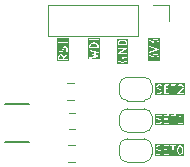
<source format=gbr>
G04 #@! TF.GenerationSoftware,KiCad,Pcbnew,8.0.3*
G04 #@! TF.CreationDate,2024-11-28T13:48:10+05:45*
G04 #@! TF.ProjectId,Watchdog-v1.0,57617463-6864-46f6-972d-76312e302e6b,rev?*
G04 #@! TF.SameCoordinates,Original*
G04 #@! TF.FileFunction,Legend,Top*
G04 #@! TF.FilePolarity,Positive*
%FSLAX46Y46*%
G04 Gerber Fmt 4.6, Leading zero omitted, Abs format (unit mm)*
G04 Created by KiCad (PCBNEW 8.0.3) date 2024-11-28 13:48:10*
%MOMM*%
%LPD*%
G01*
G04 APERTURE LIST*
%ADD10C,0.100000*%
%ADD11C,0.120000*%
%ADD12C,0.152400*%
G04 APERTURE END LIST*
D10*
G36*
X125197544Y-94248218D02*
G01*
X125222180Y-94270179D01*
X125250460Y-94321424D01*
X125250615Y-94324593D01*
X125283129Y-94442407D01*
X125282455Y-94445800D01*
X125285551Y-94596946D01*
X125283948Y-94600340D01*
X125257119Y-94719935D01*
X125254401Y-94723439D01*
X125230035Y-94777555D01*
X125208075Y-94802192D01*
X125158685Y-94829448D01*
X125114782Y-94831395D01*
X125067364Y-94810047D01*
X125042729Y-94788086D01*
X125014449Y-94736841D01*
X125014295Y-94733673D01*
X124981780Y-94615858D01*
X124982455Y-94612466D01*
X124979358Y-94461320D01*
X124980962Y-94457927D01*
X125007790Y-94338330D01*
X125010509Y-94334827D01*
X125034874Y-94280710D01*
X125056835Y-94256072D01*
X125106224Y-94228817D01*
X125150127Y-94226870D01*
X125197544Y-94248218D01*
G37*
G36*
X125460233Y-95006911D02*
G01*
X122971344Y-95006911D01*
X122971344Y-94312466D01*
X123049122Y-94312466D01*
X123051885Y-94374764D01*
X123049248Y-94382677D01*
X123052814Y-94395698D01*
X123052928Y-94398267D01*
X123053739Y-94399078D01*
X123054401Y-94401493D01*
X123086261Y-94459228D01*
X123086261Y-94464935D01*
X123097100Y-94481156D01*
X123099582Y-94483368D01*
X123099695Y-94483573D01*
X123099881Y-94483635D01*
X123126507Y-94507368D01*
X123128016Y-94511893D01*
X123143428Y-94523854D01*
X123146611Y-94525287D01*
X123146656Y-94525327D01*
X123146700Y-94525327D01*
X123200956Y-94549754D01*
X123202688Y-94552640D01*
X123220328Y-94560973D01*
X123339925Y-94587803D01*
X123343428Y-94590521D01*
X123397544Y-94614885D01*
X123422182Y-94636846D01*
X123449437Y-94686235D01*
X123451384Y-94730138D01*
X123430036Y-94777556D01*
X123408075Y-94802192D01*
X123359005Y-94829271D01*
X123215820Y-94832204D01*
X123214933Y-94831699D01*
X123095578Y-94795926D01*
X123061349Y-94813040D01*
X123049248Y-94849344D01*
X123066362Y-94883573D01*
X123083311Y-94893234D01*
X123175536Y-94920875D01*
X123179988Y-94925327D01*
X123199122Y-94929133D01*
X123359835Y-94925840D01*
X123369334Y-94929007D01*
X123382597Y-94925374D01*
X123384923Y-94925327D01*
X123385734Y-94924515D01*
X123388150Y-94923854D01*
X123445884Y-94891994D01*
X123451589Y-94891994D01*
X123467810Y-94881155D01*
X123470021Y-94878673D01*
X123470228Y-94878560D01*
X123470290Y-94878372D01*
X123494024Y-94851747D01*
X123498549Y-94850239D01*
X123510510Y-94834827D01*
X123511941Y-94831647D01*
X123511983Y-94831601D01*
X123511983Y-94831555D01*
X123539242Y-94771007D01*
X123545316Y-94764934D01*
X123547958Y-94751647D01*
X123548996Y-94749344D01*
X123548633Y-94748256D01*
X123549122Y-94745800D01*
X123546358Y-94683501D01*
X123548996Y-94675589D01*
X123545429Y-94662564D01*
X123545316Y-94659999D01*
X123544505Y-94659188D01*
X123543844Y-94656773D01*
X123511983Y-94599037D01*
X123511983Y-94593331D01*
X123501144Y-94577110D01*
X123498660Y-94574896D01*
X123498549Y-94574694D01*
X123498364Y-94574632D01*
X123471735Y-94550897D01*
X123470228Y-94546373D01*
X123454816Y-94534412D01*
X123451634Y-94532979D01*
X123451589Y-94532939D01*
X123451544Y-94532939D01*
X123397287Y-94508511D01*
X123395556Y-94505626D01*
X123377916Y-94497293D01*
X123258319Y-94470464D01*
X123254816Y-94467745D01*
X123200698Y-94443380D01*
X123176062Y-94421420D01*
X123148806Y-94372030D01*
X123146859Y-94328127D01*
X123168208Y-94280708D01*
X123190168Y-94256073D01*
X123239238Y-94228994D01*
X123382423Y-94226061D01*
X123383311Y-94226567D01*
X123502666Y-94262340D01*
X123536895Y-94245226D01*
X123548996Y-94208922D01*
X123534102Y-94179133D01*
X123749122Y-94179133D01*
X123752928Y-94898267D01*
X123779988Y-94925327D01*
X123799122Y-94929133D01*
X124151590Y-94925327D01*
X124178650Y-94898267D01*
X124178650Y-94859999D01*
X124151590Y-94832939D01*
X124132456Y-94829133D01*
X123848873Y-94832195D01*
X123847442Y-94561737D01*
X124051590Y-94558660D01*
X124078650Y-94531600D01*
X124078650Y-94493332D01*
X124051590Y-94466272D01*
X124032456Y-94462466D01*
X123846931Y-94465262D01*
X123845679Y-94228630D01*
X124151590Y-94225327D01*
X124178650Y-94198267D01*
X124178650Y-94159999D01*
X124286261Y-94159999D01*
X124286261Y-94198267D01*
X124313321Y-94225327D01*
X124332455Y-94229133D01*
X124482712Y-94227768D01*
X124486261Y-94898267D01*
X124513321Y-94925327D01*
X124551589Y-94925327D01*
X124578649Y-94898267D01*
X124582455Y-94879133D01*
X124580162Y-94445800D01*
X124882455Y-94445800D01*
X124885628Y-94600726D01*
X124883000Y-94605107D01*
X124883948Y-94624593D01*
X124917261Y-94745301D01*
X124915914Y-94749345D01*
X124921067Y-94768161D01*
X124952928Y-94825895D01*
X124952928Y-94831600D01*
X124963766Y-94847821D01*
X124966249Y-94850034D01*
X124966362Y-94850239D01*
X124966548Y-94850301D01*
X124993175Y-94874036D01*
X124994683Y-94878560D01*
X125010095Y-94890521D01*
X125013272Y-94891951D01*
X125013320Y-94891994D01*
X125013367Y-94891994D01*
X125073914Y-94919253D01*
X125079988Y-94925327D01*
X125093274Y-94927969D01*
X125095578Y-94929007D01*
X125096665Y-94928644D01*
X125099122Y-94929133D01*
X125161420Y-94926369D01*
X125169332Y-94929007D01*
X125182353Y-94925440D01*
X125184922Y-94925327D01*
X125185733Y-94924515D01*
X125188148Y-94923854D01*
X125245883Y-94891994D01*
X125251590Y-94891994D01*
X125267811Y-94881155D01*
X125270023Y-94878672D01*
X125270228Y-94878560D01*
X125270290Y-94878373D01*
X125294023Y-94851747D01*
X125298548Y-94850239D01*
X125310509Y-94834827D01*
X125311942Y-94831643D01*
X125311982Y-94831599D01*
X125311982Y-94831555D01*
X125336411Y-94777296D01*
X125339296Y-94775566D01*
X125347629Y-94757927D01*
X125375191Y-94635057D01*
X125378649Y-94631600D01*
X125382455Y-94612466D01*
X125379281Y-94457539D01*
X125381910Y-94453159D01*
X125380962Y-94433673D01*
X125347648Y-94312964D01*
X125348996Y-94308921D01*
X125343843Y-94290105D01*
X125311982Y-94232370D01*
X125311982Y-94226667D01*
X125301144Y-94210445D01*
X125298660Y-94208231D01*
X125298548Y-94208027D01*
X125298361Y-94207964D01*
X125271736Y-94184230D01*
X125270228Y-94179706D01*
X125254816Y-94167745D01*
X125251636Y-94166313D01*
X125251590Y-94166272D01*
X125251544Y-94166272D01*
X125190994Y-94139011D01*
X125184922Y-94132939D01*
X125171635Y-94130296D01*
X125169332Y-94129259D01*
X125168244Y-94129621D01*
X125165788Y-94129133D01*
X125103490Y-94131896D01*
X125095578Y-94129259D01*
X125082553Y-94132825D01*
X125079988Y-94132939D01*
X125079177Y-94133749D01*
X125076762Y-94134411D01*
X125019027Y-94166272D01*
X125013320Y-94166272D01*
X124997099Y-94177111D01*
X124994885Y-94179594D01*
X124994683Y-94179706D01*
X124994621Y-94179890D01*
X124970886Y-94206519D01*
X124966362Y-94208027D01*
X124954401Y-94223439D01*
X124952968Y-94226620D01*
X124952928Y-94226666D01*
X124952928Y-94226710D01*
X124928498Y-94280969D01*
X124925614Y-94282700D01*
X124917281Y-94300340D01*
X124889718Y-94423208D01*
X124886261Y-94426666D01*
X124882455Y-94445800D01*
X124580162Y-94445800D01*
X124579003Y-94226894D01*
X124751589Y-94225327D01*
X124778649Y-94198267D01*
X124778649Y-94159999D01*
X124751589Y-94132939D01*
X124732455Y-94129133D01*
X124313321Y-94132939D01*
X124286261Y-94159999D01*
X124178650Y-94159999D01*
X124151590Y-94132939D01*
X124132456Y-94129133D01*
X123779988Y-94132939D01*
X123752928Y-94159999D01*
X123749122Y-94179133D01*
X123534102Y-94179133D01*
X123531882Y-94174693D01*
X123514933Y-94165032D01*
X123422707Y-94137390D01*
X123418256Y-94132939D01*
X123399122Y-94129133D01*
X123238409Y-94132425D01*
X123228911Y-94129259D01*
X123215646Y-94132891D01*
X123213321Y-94132939D01*
X123212509Y-94133750D01*
X123210094Y-94134412D01*
X123152360Y-94166272D01*
X123146654Y-94166272D01*
X123130433Y-94177111D01*
X123128220Y-94179593D01*
X123128016Y-94179706D01*
X123127953Y-94179892D01*
X123104219Y-94206518D01*
X123099695Y-94208027D01*
X123087734Y-94223439D01*
X123086301Y-94226620D01*
X123086261Y-94226666D01*
X123086261Y-94226710D01*
X123059000Y-94287259D01*
X123052928Y-94293332D01*
X123050285Y-94306616D01*
X123049248Y-94308921D01*
X123049610Y-94310009D01*
X123049122Y-94312466D01*
X122971344Y-94312466D01*
X122971344Y-94051355D01*
X125460233Y-94051355D01*
X125460233Y-95006911D01*
G37*
G36*
X125486427Y-92396911D02*
G01*
X123001344Y-92396911D01*
X123001344Y-91702466D01*
X123079122Y-91702466D01*
X123081885Y-91764764D01*
X123079248Y-91772677D01*
X123082814Y-91785698D01*
X123082928Y-91788267D01*
X123083739Y-91789078D01*
X123084401Y-91791493D01*
X123116261Y-91849228D01*
X123116261Y-91854935D01*
X123127100Y-91871156D01*
X123129582Y-91873368D01*
X123129695Y-91873573D01*
X123129881Y-91873635D01*
X123156507Y-91897368D01*
X123158016Y-91901893D01*
X123173428Y-91913854D01*
X123176611Y-91915287D01*
X123176656Y-91915327D01*
X123176700Y-91915327D01*
X123230956Y-91939754D01*
X123232688Y-91942640D01*
X123250328Y-91950973D01*
X123369925Y-91977803D01*
X123373428Y-91980521D01*
X123427544Y-92004885D01*
X123452182Y-92026846D01*
X123479437Y-92076235D01*
X123481384Y-92120138D01*
X123460036Y-92167556D01*
X123438075Y-92192192D01*
X123389005Y-92219271D01*
X123245820Y-92222204D01*
X123244933Y-92221699D01*
X123125578Y-92185926D01*
X123091349Y-92203040D01*
X123079248Y-92239344D01*
X123096362Y-92273573D01*
X123113311Y-92283234D01*
X123205536Y-92310875D01*
X123209988Y-92315327D01*
X123229122Y-92319133D01*
X123389835Y-92315840D01*
X123399334Y-92319007D01*
X123412597Y-92315374D01*
X123414923Y-92315327D01*
X123415734Y-92314515D01*
X123418150Y-92313854D01*
X123475884Y-92281994D01*
X123481589Y-92281994D01*
X123497810Y-92271155D01*
X123500021Y-92268673D01*
X123500228Y-92268560D01*
X123500290Y-92268372D01*
X123524024Y-92241747D01*
X123528549Y-92240239D01*
X123540510Y-92224827D01*
X123541941Y-92221647D01*
X123541983Y-92221601D01*
X123541983Y-92221555D01*
X123569242Y-92161007D01*
X123575316Y-92154934D01*
X123577958Y-92141647D01*
X123578996Y-92139344D01*
X123578633Y-92138256D01*
X123579122Y-92135800D01*
X123576358Y-92073501D01*
X123578996Y-92065589D01*
X123575429Y-92052564D01*
X123575316Y-92049999D01*
X123574505Y-92049188D01*
X123573844Y-92046773D01*
X123541983Y-91989037D01*
X123541983Y-91983331D01*
X123531144Y-91967110D01*
X123528660Y-91964896D01*
X123528549Y-91964694D01*
X123528364Y-91964632D01*
X123501735Y-91940897D01*
X123500228Y-91936373D01*
X123484816Y-91924412D01*
X123481634Y-91922979D01*
X123481589Y-91922939D01*
X123481544Y-91922939D01*
X123427287Y-91898511D01*
X123425556Y-91895626D01*
X123407916Y-91887293D01*
X123288319Y-91860464D01*
X123284816Y-91857745D01*
X123230698Y-91833380D01*
X123206062Y-91811420D01*
X123178806Y-91762030D01*
X123176859Y-91718127D01*
X123198208Y-91670708D01*
X123220168Y-91646073D01*
X123269238Y-91618994D01*
X123412423Y-91616061D01*
X123413311Y-91616567D01*
X123532666Y-91652340D01*
X123566895Y-91635226D01*
X123578996Y-91598922D01*
X123564102Y-91569133D01*
X123779122Y-91569133D01*
X123782928Y-92288267D01*
X123809988Y-92315327D01*
X123829122Y-92319133D01*
X124181590Y-92315327D01*
X124208650Y-92288267D01*
X124208650Y-92249999D01*
X124181590Y-92222939D01*
X124162456Y-92219133D01*
X123878873Y-92222195D01*
X123877442Y-91951737D01*
X124081590Y-91948660D01*
X124108650Y-91921600D01*
X124108650Y-91883332D01*
X124081590Y-91856272D01*
X124062456Y-91852466D01*
X123876931Y-91855262D01*
X123875679Y-91618630D01*
X124181590Y-91615327D01*
X124208650Y-91588267D01*
X124208650Y-91549999D01*
X124316261Y-91549999D01*
X124316261Y-91588267D01*
X124343321Y-91615327D01*
X124362455Y-91619133D01*
X124512712Y-91617768D01*
X124516261Y-92288267D01*
X124543321Y-92315327D01*
X124581589Y-92315327D01*
X124608649Y-92288267D01*
X124612455Y-92269133D01*
X124609827Y-91772677D01*
X124912581Y-91772677D01*
X124929695Y-91806905D01*
X124965999Y-91819007D01*
X124984815Y-91813854D01*
X125042550Y-91781994D01*
X125048257Y-91781994D01*
X125064478Y-91771155D01*
X125113248Y-91718996D01*
X125115906Y-92221371D01*
X124943321Y-92222939D01*
X124916261Y-92249999D01*
X124916261Y-92288267D01*
X124943321Y-92315327D01*
X124962455Y-92319133D01*
X125381589Y-92315327D01*
X125408649Y-92288267D01*
X125408649Y-92249999D01*
X125381589Y-92222939D01*
X125362455Y-92219133D01*
X125212197Y-92220497D01*
X125208824Y-91583104D01*
X125211504Y-91578837D01*
X125208728Y-91564957D01*
X125208649Y-91549999D01*
X125205008Y-91546358D01*
X125203999Y-91541311D01*
X125191885Y-91533235D01*
X125181589Y-91522939D01*
X125176441Y-91522939D01*
X125172158Y-91520084D01*
X125157883Y-91522939D01*
X125143321Y-91522939D01*
X125139680Y-91526579D01*
X125134633Y-91527589D01*
X125120852Y-91541398D01*
X125064590Y-91631000D01*
X125060433Y-91633778D01*
X125006885Y-91691044D01*
X125006762Y-91691078D01*
X124924683Y-91736373D01*
X124912581Y-91772677D01*
X124609827Y-91772677D01*
X124609003Y-91616894D01*
X124781589Y-91615327D01*
X124808649Y-91588267D01*
X124808649Y-91549999D01*
X124781589Y-91522939D01*
X124762455Y-91519133D01*
X124343321Y-91522939D01*
X124316261Y-91549999D01*
X124208650Y-91549999D01*
X124181590Y-91522939D01*
X124162456Y-91519133D01*
X123809988Y-91522939D01*
X123782928Y-91549999D01*
X123779122Y-91569133D01*
X123564102Y-91569133D01*
X123561882Y-91564693D01*
X123544933Y-91555032D01*
X123452707Y-91527390D01*
X123448256Y-91522939D01*
X123429122Y-91519133D01*
X123268409Y-91522425D01*
X123258911Y-91519259D01*
X123245646Y-91522891D01*
X123243321Y-91522939D01*
X123242509Y-91523750D01*
X123240094Y-91524412D01*
X123182360Y-91556272D01*
X123176654Y-91556272D01*
X123160433Y-91567111D01*
X123158220Y-91569593D01*
X123158016Y-91569706D01*
X123157953Y-91569892D01*
X123134219Y-91596518D01*
X123129695Y-91598027D01*
X123117734Y-91613439D01*
X123116301Y-91616620D01*
X123116261Y-91616666D01*
X123116261Y-91616710D01*
X123089000Y-91677259D01*
X123082928Y-91683332D01*
X123080285Y-91696616D01*
X123079248Y-91698921D01*
X123079610Y-91700009D01*
X123079122Y-91702466D01*
X123001344Y-91702466D01*
X123001344Y-91441355D01*
X125486427Y-91441355D01*
X125486427Y-92396911D01*
G37*
G36*
X125510233Y-89846911D02*
G01*
X123021344Y-89846911D01*
X123021344Y-89152466D01*
X123099122Y-89152466D01*
X123101885Y-89214764D01*
X123099248Y-89222677D01*
X123102814Y-89235698D01*
X123102928Y-89238267D01*
X123103739Y-89239078D01*
X123104401Y-89241493D01*
X123136261Y-89299228D01*
X123136261Y-89304935D01*
X123147100Y-89321156D01*
X123149582Y-89323368D01*
X123149695Y-89323573D01*
X123149881Y-89323635D01*
X123176507Y-89347368D01*
X123178016Y-89351893D01*
X123193428Y-89363854D01*
X123196611Y-89365287D01*
X123196656Y-89365327D01*
X123196700Y-89365327D01*
X123250956Y-89389754D01*
X123252688Y-89392640D01*
X123270328Y-89400973D01*
X123389925Y-89427803D01*
X123393428Y-89430521D01*
X123447544Y-89454885D01*
X123472182Y-89476846D01*
X123499437Y-89526235D01*
X123501384Y-89570138D01*
X123480036Y-89617556D01*
X123458075Y-89642192D01*
X123409005Y-89669271D01*
X123265820Y-89672204D01*
X123264933Y-89671699D01*
X123145578Y-89635926D01*
X123111349Y-89653040D01*
X123099248Y-89689344D01*
X123116362Y-89723573D01*
X123133311Y-89733234D01*
X123225536Y-89760875D01*
X123229988Y-89765327D01*
X123249122Y-89769133D01*
X123409835Y-89765840D01*
X123419334Y-89769007D01*
X123432597Y-89765374D01*
X123434923Y-89765327D01*
X123435734Y-89764515D01*
X123438150Y-89763854D01*
X123495884Y-89731994D01*
X123501589Y-89731994D01*
X123517810Y-89721155D01*
X123520021Y-89718673D01*
X123520228Y-89718560D01*
X123520290Y-89718372D01*
X123544024Y-89691747D01*
X123548549Y-89690239D01*
X123560510Y-89674827D01*
X123561941Y-89671647D01*
X123561983Y-89671601D01*
X123561983Y-89671555D01*
X123589242Y-89611007D01*
X123595316Y-89604934D01*
X123597958Y-89591647D01*
X123598996Y-89589344D01*
X123598633Y-89588256D01*
X123599122Y-89585800D01*
X123596358Y-89523501D01*
X123598996Y-89515589D01*
X123595429Y-89502564D01*
X123595316Y-89499999D01*
X123594505Y-89499188D01*
X123593844Y-89496773D01*
X123561983Y-89439037D01*
X123561983Y-89433331D01*
X123551144Y-89417110D01*
X123548660Y-89414896D01*
X123548549Y-89414694D01*
X123548364Y-89414632D01*
X123521735Y-89390897D01*
X123520228Y-89386373D01*
X123504816Y-89374412D01*
X123501634Y-89372979D01*
X123501589Y-89372939D01*
X123501544Y-89372939D01*
X123447287Y-89348511D01*
X123445556Y-89345626D01*
X123427916Y-89337293D01*
X123308319Y-89310464D01*
X123304816Y-89307745D01*
X123250698Y-89283380D01*
X123226062Y-89261420D01*
X123198806Y-89212030D01*
X123196859Y-89168127D01*
X123218208Y-89120708D01*
X123240168Y-89096073D01*
X123289238Y-89068994D01*
X123432423Y-89066061D01*
X123433311Y-89066567D01*
X123552666Y-89102340D01*
X123586895Y-89085226D01*
X123598996Y-89048922D01*
X123584102Y-89019133D01*
X123799122Y-89019133D01*
X123802928Y-89738267D01*
X123829988Y-89765327D01*
X123849122Y-89769133D01*
X124201590Y-89765327D01*
X124228650Y-89738267D01*
X124228650Y-89699999D01*
X124201590Y-89672939D01*
X124182456Y-89669133D01*
X123898873Y-89672195D01*
X123897442Y-89401737D01*
X124101590Y-89398660D01*
X124128650Y-89371600D01*
X124128650Y-89333332D01*
X124101590Y-89306272D01*
X124082456Y-89302466D01*
X123896931Y-89305262D01*
X123895679Y-89068630D01*
X124201590Y-89065327D01*
X124228650Y-89038267D01*
X124228650Y-88999999D01*
X124336261Y-88999999D01*
X124336261Y-89038267D01*
X124363321Y-89065327D01*
X124382455Y-89069133D01*
X124532712Y-89067768D01*
X124536261Y-89738267D01*
X124563321Y-89765327D01*
X124601589Y-89765327D01*
X124628649Y-89738267D01*
X124632455Y-89719133D01*
X124632354Y-89699999D01*
X124902928Y-89699999D01*
X124902928Y-89738267D01*
X124929988Y-89765327D01*
X124949122Y-89769133D01*
X125401589Y-89765327D01*
X125428649Y-89738267D01*
X125428649Y-89699999D01*
X125401589Y-89672939D01*
X125382455Y-89669133D01*
X125066101Y-89671794D01*
X125376967Y-89356856D01*
X125386895Y-89351893D01*
X125393766Y-89339837D01*
X125395316Y-89338268D01*
X125395316Y-89337119D01*
X125396556Y-89334944D01*
X125424197Y-89242718D01*
X125428649Y-89238267D01*
X125432455Y-89219133D01*
X125432301Y-89215679D01*
X125432329Y-89215589D01*
X125432294Y-89215520D01*
X125429691Y-89156834D01*
X125432329Y-89148922D01*
X125428762Y-89135899D01*
X125428649Y-89133332D01*
X125427837Y-89132520D01*
X125427176Y-89130105D01*
X125395316Y-89072370D01*
X125395316Y-89066665D01*
X125384477Y-89050444D01*
X125381994Y-89048231D01*
X125381882Y-89048027D01*
X125381695Y-89047964D01*
X125355069Y-89024230D01*
X125353561Y-89019706D01*
X125338149Y-89007745D01*
X125334967Y-89006312D01*
X125334922Y-89006272D01*
X125334877Y-89006272D01*
X125274328Y-88979011D01*
X125268256Y-88972939D01*
X125254971Y-88970296D01*
X125252667Y-88969259D01*
X125251578Y-88969621D01*
X125249122Y-88969133D01*
X125088409Y-88972425D01*
X125078911Y-88969259D01*
X125065644Y-88972891D01*
X125063321Y-88972939D01*
X125062510Y-88973749D01*
X125060095Y-88974411D01*
X125002360Y-89006272D01*
X124996653Y-89006272D01*
X124980432Y-89017111D01*
X124978218Y-89019594D01*
X124978016Y-89019706D01*
X124977954Y-89019890D01*
X124936261Y-89066666D01*
X124936261Y-89104935D01*
X124963321Y-89131994D01*
X125001590Y-89131994D01*
X125017811Y-89121155D01*
X125040168Y-89096072D01*
X125089238Y-89068994D01*
X125231696Y-89066075D01*
X125280879Y-89088219D01*
X125305514Y-89110179D01*
X125332770Y-89159569D01*
X125334750Y-89204223D01*
X125309660Y-89287937D01*
X124902928Y-89699999D01*
X124632354Y-89699999D01*
X124629003Y-89066894D01*
X124801589Y-89065327D01*
X124828649Y-89038267D01*
X124828649Y-88999999D01*
X124801589Y-88972939D01*
X124782455Y-88969133D01*
X124363321Y-88972939D01*
X124336261Y-88999999D01*
X124228650Y-88999999D01*
X124201590Y-88972939D01*
X124182456Y-88969133D01*
X123829988Y-88972939D01*
X123802928Y-88999999D01*
X123799122Y-89019133D01*
X123584102Y-89019133D01*
X123581882Y-89014693D01*
X123564933Y-89005032D01*
X123472707Y-88977390D01*
X123468256Y-88972939D01*
X123449122Y-88969133D01*
X123288409Y-88972425D01*
X123278911Y-88969259D01*
X123265646Y-88972891D01*
X123263321Y-88972939D01*
X123262509Y-88973750D01*
X123260094Y-88974412D01*
X123202360Y-89006272D01*
X123196654Y-89006272D01*
X123180433Y-89017111D01*
X123178220Y-89019593D01*
X123178016Y-89019706D01*
X123177953Y-89019892D01*
X123154219Y-89046518D01*
X123149695Y-89048027D01*
X123137734Y-89063439D01*
X123136301Y-89066620D01*
X123136261Y-89066666D01*
X123136261Y-89066710D01*
X123109000Y-89127259D01*
X123102928Y-89133332D01*
X123100285Y-89146616D01*
X123099248Y-89148921D01*
X123099610Y-89150009D01*
X123099122Y-89152466D01*
X123021344Y-89152466D01*
X123021344Y-88891355D01*
X125510233Y-88891355D01*
X125510233Y-89846911D01*
G37*
G36*
X120282006Y-85272718D02*
G01*
X120401601Y-85299546D01*
X120405105Y-85302265D01*
X120459182Y-85326612D01*
X120515562Y-85379330D01*
X120544197Y-85457220D01*
X120544133Y-85457544D01*
X120546528Y-85574462D01*
X119943179Y-85577656D01*
X119941061Y-85474242D01*
X119941567Y-85473355D01*
X119967030Y-85388398D01*
X120016369Y-85335633D01*
X120016494Y-85335599D01*
X120069758Y-85306205D01*
X120072927Y-85306051D01*
X120190740Y-85273536D01*
X120194133Y-85274211D01*
X120279400Y-85271486D01*
X120282006Y-85272718D01*
G37*
G36*
X120721911Y-87218655D02*
G01*
X119766355Y-87218655D01*
X119766355Y-86757544D01*
X119844133Y-86757544D01*
X119847036Y-86848443D01*
X119844259Y-86854000D01*
X119846699Y-86873355D01*
X119881272Y-86967397D01*
X119881272Y-86976678D01*
X119888856Y-86988028D01*
X119889693Y-86990304D01*
X119890720Y-86990817D01*
X119892111Y-86992899D01*
X119954427Y-87051169D01*
X119956361Y-87056971D01*
X119971773Y-87068932D01*
X119974954Y-87070364D01*
X119974998Y-87070405D01*
X119975045Y-87070405D01*
X120029303Y-87094833D01*
X120031034Y-87097718D01*
X120048673Y-87106051D01*
X120171541Y-87133613D01*
X120174999Y-87137071D01*
X120194133Y-87140877D01*
X120282953Y-87138039D01*
X120286774Y-87140332D01*
X120306260Y-87139384D01*
X120426967Y-87106070D01*
X120431010Y-87107418D01*
X120449826Y-87102265D01*
X120507561Y-87070405D01*
X120513267Y-87070405D01*
X120529488Y-87059566D01*
X120590460Y-86994359D01*
X120598573Y-86990304D01*
X120605317Y-86978472D01*
X120606994Y-86976679D01*
X120606994Y-86975530D01*
X120608234Y-86973355D01*
X120635875Y-86881129D01*
X120640327Y-86876678D01*
X120644133Y-86857544D01*
X120643979Y-86854090D01*
X120644007Y-86854000D01*
X120643972Y-86853931D01*
X120641550Y-86799333D01*
X120644007Y-86794421D01*
X120641567Y-86775066D01*
X120606994Y-86681023D01*
X120606994Y-86671742D01*
X120599408Y-86660390D01*
X120598573Y-86658117D01*
X120597546Y-86657603D01*
X120596155Y-86655521D01*
X120546600Y-86611350D01*
X120527466Y-86607544D01*
X120274999Y-86611350D01*
X120247939Y-86638410D01*
X120244133Y-86657544D01*
X120247939Y-86810011D01*
X120274999Y-86837071D01*
X120313267Y-86837071D01*
X120340327Y-86810011D01*
X120344133Y-86790877D01*
X120342034Y-86706821D01*
X120504974Y-86704365D01*
X120516186Y-86714358D01*
X120544197Y-86790553D01*
X120544133Y-86790877D01*
X120546428Y-86842634D01*
X120521235Y-86926689D01*
X120471896Y-86979455D01*
X120471773Y-86979489D01*
X120418508Y-87008882D01*
X120415339Y-87009037D01*
X120297525Y-87041551D01*
X120294133Y-87040877D01*
X120208865Y-87043601D01*
X120206259Y-87042370D01*
X120086664Y-87015541D01*
X120083161Y-87012823D01*
X120029083Y-86988476D01*
X119972703Y-86935758D01*
X119944068Y-86857867D01*
X119944133Y-86857544D01*
X119941467Y-86774099D01*
X119977340Y-86694421D01*
X119965238Y-86658116D01*
X119931010Y-86641003D01*
X119894706Y-86653104D01*
X119882745Y-86668516D01*
X119854011Y-86732337D01*
X119847939Y-86738410D01*
X119845296Y-86751696D01*
X119844259Y-86754000D01*
X119844621Y-86755087D01*
X119844133Y-86757544D01*
X119766355Y-86757544D01*
X119766355Y-86363850D01*
X119844532Y-86363850D01*
X119847939Y-86369812D01*
X119847939Y-86376678D01*
X119857092Y-86385831D01*
X119863518Y-86397076D01*
X119870144Y-86398883D01*
X119874999Y-86403738D01*
X119894133Y-86407544D01*
X120613267Y-86403738D01*
X120640327Y-86376678D01*
X120640327Y-86338410D01*
X120613267Y-86311350D01*
X120594133Y-86307544D01*
X120075926Y-86310286D01*
X120606628Y-86003773D01*
X120613267Y-86003738D01*
X120622259Y-85994745D01*
X120633665Y-85988158D01*
X120635471Y-85981533D01*
X120640327Y-85976678D01*
X120640327Y-85963730D01*
X120643734Y-85951238D01*
X120640327Y-85945275D01*
X120640327Y-85938410D01*
X120631173Y-85929256D01*
X120624748Y-85918012D01*
X120618121Y-85916204D01*
X120613267Y-85911350D01*
X120594133Y-85907544D01*
X119874999Y-85911350D01*
X119847939Y-85938410D01*
X119847939Y-85976678D01*
X119874999Y-86003738D01*
X119894133Y-86007544D01*
X120412339Y-86004801D01*
X119881635Y-86311314D01*
X119874999Y-86311350D01*
X119866008Y-86320340D01*
X119854601Y-86326929D01*
X119852793Y-86333555D01*
X119847939Y-86338410D01*
X119847939Y-86351357D01*
X119844532Y-86363850D01*
X119766355Y-86363850D01*
X119766355Y-85457544D01*
X119844133Y-85457544D01*
X119847939Y-85643345D01*
X119874999Y-85670405D01*
X119894133Y-85674211D01*
X120613267Y-85670405D01*
X120640327Y-85643345D01*
X120644133Y-85624211D01*
X120640918Y-85467265D01*
X120644007Y-85461088D01*
X120641567Y-85441733D01*
X120606994Y-85347690D01*
X120606994Y-85338410D01*
X120599409Y-85327059D01*
X120598573Y-85324784D01*
X120597545Y-85324270D01*
X120596155Y-85322189D01*
X120533840Y-85263921D01*
X120531906Y-85258118D01*
X120516494Y-85246157D01*
X120513308Y-85244722D01*
X120513267Y-85244684D01*
X120513222Y-85244684D01*
X120458962Y-85220254D01*
X120457232Y-85217370D01*
X120439592Y-85209037D01*
X120316724Y-85181474D01*
X120313267Y-85178017D01*
X120294133Y-85174211D01*
X120205312Y-85177048D01*
X120201492Y-85174756D01*
X120182006Y-85175704D01*
X120061297Y-85209017D01*
X120057255Y-85207670D01*
X120038439Y-85212823D01*
X119980704Y-85244684D01*
X119974999Y-85244684D01*
X119958778Y-85255522D01*
X119897805Y-85320728D01*
X119889693Y-85324784D01*
X119882948Y-85336615D01*
X119881272Y-85338409D01*
X119881272Y-85339557D01*
X119880032Y-85341733D01*
X119852390Y-85433958D01*
X119847939Y-85438410D01*
X119844133Y-85457544D01*
X119766355Y-85457544D01*
X119766355Y-85096433D01*
X120721911Y-85096433D01*
X120721911Y-87218655D01*
G37*
G36*
X123391911Y-86988183D02*
G01*
X122436355Y-86988183D01*
X122436355Y-86430877D01*
X122514133Y-86430877D01*
X122517939Y-86883345D01*
X122544999Y-86910405D01*
X122583267Y-86910405D01*
X122610327Y-86883345D01*
X122614133Y-86864211D01*
X122611382Y-86537228D01*
X122801163Y-86699902D01*
X122811666Y-86710405D01*
X122813416Y-86710405D01*
X122814781Y-86711575D01*
X122832335Y-86710405D01*
X122849934Y-86710405D01*
X122851190Y-86709148D01*
X122852965Y-86709030D01*
X122864553Y-86695785D01*
X122876994Y-86683345D01*
X122877451Y-86681044D01*
X122878164Y-86680230D01*
X122878025Y-86678157D01*
X122880800Y-86664211D01*
X122878134Y-86580766D01*
X122899886Y-86532452D01*
X122921844Y-86507818D01*
X122970917Y-86480738D01*
X123113373Y-86477819D01*
X123162555Y-86499963D01*
X123187193Y-86521924D01*
X123214250Y-86570954D01*
X123217299Y-86746541D01*
X123195047Y-86795967D01*
X123151272Y-86845077D01*
X123151272Y-86883345D01*
X123178332Y-86910405D01*
X123216600Y-86910405D01*
X123232821Y-86899566D01*
X123259035Y-86870158D01*
X123263560Y-86868650D01*
X123275521Y-86853238D01*
X123276952Y-86850058D01*
X123276994Y-86850012D01*
X123276994Y-86849966D01*
X123304253Y-86789418D01*
X123310327Y-86783345D01*
X123312969Y-86770058D01*
X123314007Y-86767755D01*
X123313644Y-86766667D01*
X123314133Y-86764211D01*
X123310766Y-86570387D01*
X123314007Y-86560667D01*
X123310366Y-86547372D01*
X123310327Y-86545077D01*
X123309516Y-86544266D01*
X123308855Y-86541851D01*
X123276994Y-86484115D01*
X123276994Y-86478409D01*
X123266155Y-86462188D01*
X123263671Y-86459974D01*
X123263560Y-86459772D01*
X123263375Y-86459710D01*
X123236746Y-86435975D01*
X123235239Y-86431451D01*
X123219827Y-86419490D01*
X123216645Y-86418057D01*
X123216600Y-86418017D01*
X123216555Y-86418017D01*
X123156006Y-86390755D01*
X123149934Y-86384683D01*
X123136649Y-86382040D01*
X123134345Y-86381003D01*
X123133256Y-86381365D01*
X123130800Y-86380877D01*
X122970086Y-86384169D01*
X122960588Y-86381003D01*
X122947324Y-86384635D01*
X122944999Y-86384683D01*
X122944187Y-86385494D01*
X122941772Y-86386156D01*
X122884037Y-86418017D01*
X122878332Y-86418017D01*
X122862111Y-86428856D01*
X122859899Y-86431337D01*
X122859693Y-86431451D01*
X122859630Y-86431638D01*
X122835898Y-86458262D01*
X122831373Y-86459771D01*
X122819412Y-86475183D01*
X122817979Y-86478364D01*
X122817939Y-86478410D01*
X122817939Y-86478454D01*
X122790678Y-86539004D01*
X122784606Y-86545077D01*
X122782280Y-86556770D01*
X122593769Y-86395185D01*
X122583267Y-86384683D01*
X122581517Y-86384683D01*
X122580152Y-86383513D01*
X122562598Y-86384683D01*
X122544999Y-86384683D01*
X122543742Y-86385939D01*
X122541968Y-86386058D01*
X122530379Y-86399302D01*
X122517939Y-86411743D01*
X122517481Y-86414043D01*
X122516769Y-86414858D01*
X122516907Y-86416930D01*
X122514133Y-86430877D01*
X122436355Y-86430877D01*
X122436355Y-85767754D01*
X122514259Y-85767754D01*
X122531373Y-85801983D01*
X122548322Y-85811644D01*
X123111879Y-85996354D01*
X122531373Y-86193104D01*
X122514259Y-86227333D01*
X122526360Y-86263637D01*
X122560589Y-86280751D01*
X122579944Y-86278311D01*
X123264378Y-86046336D01*
X123267677Y-86047418D01*
X123281329Y-86040591D01*
X123296893Y-86035317D01*
X123298563Y-86031974D01*
X123301906Y-86030304D01*
X123306919Y-86015264D01*
X123314007Y-86001088D01*
X123312825Y-85997544D01*
X123314007Y-85994000D01*
X123306919Y-85979823D01*
X123301906Y-85964784D01*
X123298563Y-85963112D01*
X123296893Y-85959771D01*
X123279944Y-85950110D01*
X122560589Y-85714336D01*
X122526360Y-85731450D01*
X122514259Y-85767754D01*
X122436355Y-85767754D01*
X122436355Y-85164210D01*
X122514133Y-85164210D01*
X122517939Y-85616678D01*
X122544999Y-85643738D01*
X122583267Y-85643738D01*
X122610327Y-85616678D01*
X122614133Y-85597544D01*
X122611382Y-85270561D01*
X122801163Y-85433235D01*
X122811666Y-85443738D01*
X122813416Y-85443738D01*
X122814781Y-85444908D01*
X122832335Y-85443738D01*
X122849934Y-85443738D01*
X122851190Y-85442481D01*
X122852965Y-85442363D01*
X122864553Y-85429118D01*
X122876994Y-85416678D01*
X122877451Y-85414377D01*
X122878164Y-85413563D01*
X122878025Y-85411490D01*
X122880800Y-85397544D01*
X122878134Y-85314099D01*
X122899886Y-85265785D01*
X122921844Y-85241151D01*
X122970917Y-85214071D01*
X123113373Y-85211152D01*
X123162555Y-85233296D01*
X123187193Y-85255257D01*
X123214250Y-85304287D01*
X123217299Y-85479874D01*
X123195047Y-85529300D01*
X123151272Y-85578410D01*
X123151272Y-85616678D01*
X123178332Y-85643738D01*
X123216600Y-85643738D01*
X123232821Y-85632899D01*
X123259035Y-85603491D01*
X123263560Y-85601983D01*
X123275521Y-85586571D01*
X123276952Y-85583391D01*
X123276994Y-85583345D01*
X123276994Y-85583299D01*
X123304253Y-85522751D01*
X123310327Y-85516678D01*
X123312969Y-85503391D01*
X123314007Y-85501088D01*
X123313644Y-85500000D01*
X123314133Y-85497544D01*
X123310766Y-85303720D01*
X123314007Y-85294000D01*
X123310366Y-85280705D01*
X123310327Y-85278410D01*
X123309516Y-85277599D01*
X123308855Y-85275184D01*
X123276994Y-85217448D01*
X123276994Y-85211742D01*
X123266155Y-85195521D01*
X123263671Y-85193307D01*
X123263560Y-85193105D01*
X123263375Y-85193043D01*
X123236746Y-85169308D01*
X123235239Y-85164784D01*
X123219827Y-85152823D01*
X123216645Y-85151390D01*
X123216600Y-85151350D01*
X123216555Y-85151350D01*
X123156006Y-85124088D01*
X123149934Y-85118016D01*
X123136649Y-85115373D01*
X123134345Y-85114336D01*
X123133256Y-85114698D01*
X123130800Y-85114210D01*
X122970086Y-85117502D01*
X122960588Y-85114336D01*
X122947324Y-85117968D01*
X122944999Y-85118016D01*
X122944187Y-85118827D01*
X122941772Y-85119489D01*
X122884037Y-85151350D01*
X122878332Y-85151350D01*
X122862111Y-85162189D01*
X122859899Y-85164670D01*
X122859693Y-85164784D01*
X122859630Y-85164971D01*
X122835898Y-85191595D01*
X122831373Y-85193104D01*
X122819412Y-85208516D01*
X122817979Y-85211697D01*
X122817939Y-85211743D01*
X122817939Y-85211787D01*
X122790678Y-85272337D01*
X122784606Y-85278410D01*
X122782280Y-85290103D01*
X122593769Y-85128518D01*
X122583267Y-85118016D01*
X122581517Y-85118016D01*
X122580152Y-85116846D01*
X122562598Y-85118016D01*
X122544999Y-85118016D01*
X122543742Y-85119272D01*
X122541968Y-85119391D01*
X122530379Y-85132635D01*
X122517939Y-85145076D01*
X122517481Y-85147376D01*
X122516769Y-85148191D01*
X122516907Y-85150263D01*
X122514133Y-85164210D01*
X122436355Y-85164210D01*
X122436355Y-85036432D01*
X123391911Y-85036432D01*
X123391911Y-86988183D01*
G37*
G36*
X117872006Y-85516051D02*
G01*
X117991601Y-85542879D01*
X117995105Y-85545598D01*
X118049182Y-85569945D01*
X118105562Y-85622663D01*
X118134197Y-85700553D01*
X118134133Y-85700877D01*
X118136528Y-85817795D01*
X117533179Y-85820989D01*
X117531061Y-85717575D01*
X117531567Y-85716688D01*
X117557030Y-85631731D01*
X117606369Y-85578966D01*
X117606494Y-85578932D01*
X117659758Y-85549538D01*
X117662927Y-85549384D01*
X117780740Y-85516869D01*
X117784133Y-85517544D01*
X117869400Y-85514819D01*
X117872006Y-85516051D01*
G37*
G36*
X118311911Y-86861359D02*
G01*
X117356355Y-86861359D01*
X117356355Y-86142125D01*
X117434763Y-86142125D01*
X117454820Y-86174717D01*
X117472552Y-86182851D01*
X117988104Y-86302798D01*
X117683792Y-86386265D01*
X117677547Y-86384647D01*
X117666614Y-86390976D01*
X117653743Y-86394507D01*
X117650327Y-86400405D01*
X117644429Y-86403821D01*
X117641080Y-86416379D01*
X117634569Y-86427626D01*
X117636325Y-86434211D01*
X117634569Y-86440797D01*
X117641080Y-86452043D01*
X117644429Y-86464601D01*
X117650327Y-86468016D01*
X117653743Y-86473915D01*
X117671250Y-86482523D01*
X117986534Y-86564207D01*
X117454820Y-86693705D01*
X117434763Y-86726297D01*
X117443627Y-86763524D01*
X117476219Y-86783581D01*
X117495714Y-86782851D01*
X118183709Y-86615292D01*
X118190718Y-86617108D01*
X118201221Y-86611027D01*
X118213446Y-86608050D01*
X118217365Y-86601680D01*
X118223837Y-86597934D01*
X118227022Y-86585989D01*
X118233503Y-86575458D01*
X118231770Y-86568182D01*
X118233697Y-86560958D01*
X118227503Y-86550259D01*
X118224639Y-86538231D01*
X118218269Y-86534311D01*
X118214523Y-86527840D01*
X118197016Y-86519232D01*
X117871066Y-86434784D01*
X118185141Y-86348640D01*
X118192048Y-86350247D01*
X118202311Y-86343930D01*
X118214524Y-86340581D01*
X118218270Y-86334109D01*
X118224639Y-86330190D01*
X118227502Y-86318163D01*
X118233698Y-86307462D01*
X118231771Y-86300236D01*
X118233503Y-86292963D01*
X118227023Y-86282433D01*
X118223837Y-86270486D01*
X118217364Y-86266739D01*
X118213446Y-86260371D01*
X118195714Y-86252237D01*
X117476219Y-86084841D01*
X117443627Y-86104898D01*
X117434763Y-86142125D01*
X117356355Y-86142125D01*
X117356355Y-85700877D01*
X117434133Y-85700877D01*
X117437939Y-85886678D01*
X117464999Y-85913738D01*
X117484133Y-85917544D01*
X118203267Y-85913738D01*
X118230327Y-85886678D01*
X118234133Y-85867544D01*
X118230918Y-85710598D01*
X118234007Y-85704421D01*
X118231567Y-85685066D01*
X118196994Y-85591023D01*
X118196994Y-85581743D01*
X118189409Y-85570392D01*
X118188573Y-85568117D01*
X118187545Y-85567603D01*
X118186155Y-85565522D01*
X118123840Y-85507254D01*
X118121906Y-85501451D01*
X118106494Y-85489490D01*
X118103308Y-85488055D01*
X118103267Y-85488017D01*
X118103222Y-85488017D01*
X118048962Y-85463587D01*
X118047232Y-85460703D01*
X118029592Y-85452370D01*
X117906724Y-85424807D01*
X117903267Y-85421350D01*
X117884133Y-85417544D01*
X117795312Y-85420381D01*
X117791492Y-85418089D01*
X117772006Y-85419037D01*
X117651297Y-85452350D01*
X117647255Y-85451003D01*
X117628439Y-85456156D01*
X117570704Y-85488017D01*
X117564999Y-85488017D01*
X117548778Y-85498855D01*
X117487805Y-85564061D01*
X117479693Y-85568117D01*
X117472948Y-85579948D01*
X117471272Y-85581742D01*
X117471272Y-85582890D01*
X117470032Y-85585066D01*
X117442390Y-85677291D01*
X117437939Y-85681743D01*
X117434133Y-85700877D01*
X117356355Y-85700877D01*
X117356355Y-85148410D01*
X117437939Y-85148410D01*
X117437939Y-85186678D01*
X117464999Y-85213738D01*
X117484133Y-85217544D01*
X118203267Y-85213738D01*
X118230327Y-85186678D01*
X118230327Y-85148410D01*
X118203267Y-85121350D01*
X118184133Y-85117544D01*
X117464999Y-85121350D01*
X117437939Y-85148410D01*
X117356355Y-85148410D01*
X117356355Y-85039766D01*
X118311911Y-85039766D01*
X118311911Y-86861359D01*
G37*
G36*
X115119222Y-86536629D02*
G01*
X115143858Y-86558590D01*
X115170889Y-86607571D01*
X115172255Y-86710154D01*
X115171984Y-86711692D01*
X115172281Y-86712116D01*
X115173712Y-86819557D01*
X114903513Y-86820987D01*
X114900821Y-86618868D01*
X114923219Y-86569119D01*
X114945179Y-86544484D01*
X114994399Y-86517322D01*
X115070910Y-86514878D01*
X115119222Y-86536629D01*
G37*
G36*
X115681911Y-86995322D02*
G01*
X114726355Y-86995322D01*
X114726355Y-86600877D01*
X114804133Y-86600877D01*
X114807939Y-86886678D01*
X114834999Y-86913738D01*
X114854133Y-86917544D01*
X115573267Y-86913738D01*
X115600327Y-86886678D01*
X115600327Y-86848410D01*
X115573267Y-86821350D01*
X115554133Y-86817544D01*
X115270154Y-86819046D01*
X115268941Y-86727950D01*
X115596299Y-86494415D01*
X115602949Y-86456729D01*
X115581004Y-86425378D01*
X115543318Y-86418728D01*
X115525460Y-86426582D01*
X115267379Y-86610695D01*
X115267334Y-86607349D01*
X115270674Y-86597332D01*
X115267024Y-86584004D01*
X115266994Y-86581743D01*
X115266182Y-86580931D01*
X115265521Y-86578516D01*
X115233660Y-86520781D01*
X115233660Y-86515078D01*
X115222822Y-86498856D01*
X115220338Y-86496642D01*
X115220226Y-86496438D01*
X115220039Y-86496375D01*
X115193414Y-86472641D01*
X115191906Y-86468117D01*
X115176494Y-86456156D01*
X115173314Y-86454724D01*
X115173268Y-86454683D01*
X115173222Y-86454683D01*
X115112672Y-86427422D01*
X115106600Y-86421350D01*
X115093313Y-86418707D01*
X115091010Y-86417670D01*
X115089922Y-86418032D01*
X115087466Y-86417544D01*
X114992633Y-86420573D01*
X114983922Y-86417670D01*
X114970768Y-86421272D01*
X114968332Y-86421350D01*
X114967520Y-86422161D01*
X114965105Y-86422823D01*
X114907371Y-86454683D01*
X114901665Y-86454683D01*
X114885444Y-86465522D01*
X114883231Y-86468004D01*
X114883027Y-86468117D01*
X114882964Y-86468303D01*
X114859230Y-86494929D01*
X114854706Y-86496438D01*
X114842745Y-86511850D01*
X114841312Y-86515031D01*
X114841272Y-86515077D01*
X114841272Y-86515121D01*
X114814011Y-86575670D01*
X114807939Y-86581743D01*
X114805296Y-86595027D01*
X114804259Y-86597332D01*
X114804621Y-86598420D01*
X114804133Y-86600877D01*
X114726355Y-86600877D01*
X114726355Y-85900877D01*
X114804133Y-85900877D01*
X114807425Y-86061590D01*
X114804259Y-86071088D01*
X114807891Y-86084351D01*
X114807939Y-86086678D01*
X114808750Y-86087489D01*
X114809412Y-86089904D01*
X114841272Y-86147639D01*
X114841272Y-86153346D01*
X114852111Y-86169567D01*
X114854593Y-86171779D01*
X114854706Y-86171984D01*
X114854892Y-86172046D01*
X114881518Y-86195779D01*
X114883027Y-86200304D01*
X114898439Y-86212265D01*
X114901622Y-86213698D01*
X114901667Y-86213738D01*
X114901711Y-86213738D01*
X114962258Y-86240997D01*
X114968332Y-86247071D01*
X114981618Y-86249713D01*
X114983922Y-86250751D01*
X114985009Y-86250388D01*
X114987466Y-86250877D01*
X115049764Y-86248113D01*
X115057677Y-86250751D01*
X115070698Y-86247184D01*
X115073267Y-86247071D01*
X115074078Y-86246259D01*
X115076493Y-86245598D01*
X115134228Y-86213738D01*
X115139934Y-86213738D01*
X115156155Y-86202899D01*
X115158366Y-86200417D01*
X115158573Y-86200304D01*
X115158635Y-86200116D01*
X115182368Y-86173491D01*
X115186893Y-86171983D01*
X115198854Y-86156571D01*
X115200285Y-86153391D01*
X115200327Y-86153345D01*
X115200327Y-86153299D01*
X115224754Y-86099042D01*
X115227640Y-86097311D01*
X115235973Y-86079671D01*
X115262803Y-85960072D01*
X115265521Y-85956571D01*
X115289886Y-85902452D01*
X115311844Y-85877818D01*
X115361236Y-85850561D01*
X115405138Y-85848614D01*
X115452555Y-85869963D01*
X115477193Y-85891924D01*
X115504271Y-85940994D01*
X115507204Y-86084178D01*
X115506699Y-86085066D01*
X115470926Y-86204421D01*
X115488040Y-86238650D01*
X115524344Y-86250751D01*
X115558573Y-86233637D01*
X115568234Y-86216688D01*
X115595875Y-86124462D01*
X115600327Y-86120011D01*
X115604133Y-86100877D01*
X115600840Y-85940165D01*
X115604007Y-85930667D01*
X115600374Y-85917400D01*
X115600327Y-85915077D01*
X115599516Y-85914266D01*
X115598855Y-85911851D01*
X115566994Y-85854115D01*
X115566994Y-85848409D01*
X115556155Y-85832188D01*
X115553671Y-85829974D01*
X115553560Y-85829772D01*
X115553375Y-85829710D01*
X115526746Y-85805975D01*
X115525239Y-85801451D01*
X115509827Y-85789490D01*
X115506645Y-85788057D01*
X115506600Y-85788017D01*
X115506555Y-85788017D01*
X115446006Y-85760755D01*
X115439934Y-85754683D01*
X115426649Y-85752040D01*
X115424345Y-85751003D01*
X115423256Y-85751365D01*
X115420800Y-85750877D01*
X115358500Y-85753640D01*
X115350588Y-85751003D01*
X115337566Y-85754569D01*
X115334999Y-85754683D01*
X115334187Y-85755494D01*
X115331772Y-85756156D01*
X115274037Y-85788017D01*
X115268332Y-85788017D01*
X115252111Y-85798856D01*
X115249899Y-85801337D01*
X115249693Y-85801451D01*
X115249630Y-85801638D01*
X115225898Y-85828262D01*
X115221373Y-85829771D01*
X115209412Y-85845183D01*
X115207979Y-85848364D01*
X115207939Y-85848410D01*
X115207939Y-85848454D01*
X115183511Y-85902712D01*
X115180626Y-85904444D01*
X115172293Y-85922084D01*
X115145464Y-86041679D01*
X115142745Y-86045183D01*
X115118379Y-86099303D01*
X115096422Y-86123935D01*
X115047030Y-86151192D01*
X115003127Y-86153139D01*
X114955709Y-86131791D01*
X114931073Y-86109831D01*
X114903994Y-86060760D01*
X114901061Y-85917575D01*
X114901567Y-85916688D01*
X114937340Y-85797333D01*
X114920226Y-85763104D01*
X114883922Y-85751003D01*
X114849693Y-85768117D01*
X114840032Y-85785066D01*
X114812390Y-85877291D01*
X114807939Y-85881743D01*
X114804133Y-85900877D01*
X114726355Y-85900877D01*
X114726355Y-85200877D01*
X114804133Y-85200877D01*
X114807939Y-85620011D01*
X114834999Y-85647071D01*
X114873267Y-85647071D01*
X114900327Y-85620011D01*
X114904133Y-85600877D01*
X114902768Y-85450619D01*
X115573267Y-85447071D01*
X115600327Y-85420011D01*
X115600327Y-85381743D01*
X115573267Y-85354683D01*
X115554133Y-85350877D01*
X114901894Y-85354328D01*
X114900327Y-85181743D01*
X114873267Y-85154683D01*
X114834999Y-85154683D01*
X114807939Y-85181743D01*
X114804133Y-85200877D01*
X114726355Y-85200877D01*
X114726355Y-85076905D01*
X115681911Y-85076905D01*
X115681911Y-86995322D01*
G37*
D11*
X115678922Y-94130000D02*
X116196078Y-94130000D01*
X115678922Y-95550000D02*
X116196078Y-95550000D01*
X116106078Y-88860000D02*
X115588922Y-88860000D01*
X116106078Y-90280000D02*
X115588922Y-90280000D01*
X116226078Y-91370000D02*
X115708922Y-91370000D01*
X116226078Y-92790000D02*
X115708922Y-92790000D01*
D12*
X110339000Y-93855600D02*
X112371000Y-93855600D01*
X112371000Y-90604400D02*
X110339000Y-90604400D01*
D11*
X119960000Y-94870000D02*
X119960000Y-94270000D01*
X120660000Y-93570000D02*
X122060000Y-93570000D01*
X122060000Y-95570000D02*
X120660000Y-95570000D01*
X122760000Y-94270000D02*
X122760000Y-94870000D01*
X119960000Y-94270000D02*
G75*
G02*
X120660000Y-93570000I700000J0D01*
G01*
X120660000Y-95570000D02*
G75*
G02*
X119960000Y-94870000I0J700000D01*
G01*
X122060000Y-93570000D02*
G75*
G02*
X122760000Y-94270000I1J-699999D01*
G01*
X122760000Y-94870000D02*
G75*
G02*
X122060000Y-95570000I-699999J-1D01*
G01*
X119970000Y-92330000D02*
X119970000Y-91730000D01*
X120670000Y-91030000D02*
X122070000Y-91030000D01*
X122070000Y-93030000D02*
X120670000Y-93030000D01*
X122770000Y-91730000D02*
X122770000Y-92330000D01*
X119970000Y-91730000D02*
G75*
G02*
X120670000Y-91030000I700000J0D01*
G01*
X120670000Y-93030000D02*
G75*
G02*
X119970000Y-92330000I0J700000D01*
G01*
X122070000Y-91030000D02*
G75*
G02*
X122770000Y-91730000I1J-699999D01*
G01*
X122770000Y-92330000D02*
G75*
G02*
X122070000Y-93030000I-699999J-1D01*
G01*
X113905000Y-82240000D02*
X113905000Y-84900000D01*
X121585000Y-82240000D02*
X113905000Y-82240000D01*
X121585000Y-82240000D02*
X121585000Y-84900000D01*
X121585000Y-84900000D02*
X113905000Y-84900000D01*
X122855000Y-82240000D02*
X124185000Y-82240000D01*
X124185000Y-82240000D02*
X124185000Y-83570000D01*
X119960000Y-89650000D02*
X119960000Y-89050000D01*
X120660000Y-88350000D02*
X122060000Y-88350000D01*
X122060000Y-90350000D02*
X120660000Y-90350000D01*
X122760000Y-89050000D02*
X122760000Y-89650000D01*
X119960000Y-89050000D02*
G75*
G02*
X120660000Y-88350000I700000J0D01*
G01*
X120660000Y-90350000D02*
G75*
G02*
X119960000Y-89650000I0J700000D01*
G01*
X122060000Y-88350000D02*
G75*
G02*
X122760000Y-89050000I1J-699999D01*
G01*
X122760000Y-89650000D02*
G75*
G02*
X122060000Y-90350000I-699999J-1D01*
G01*
M02*

</source>
